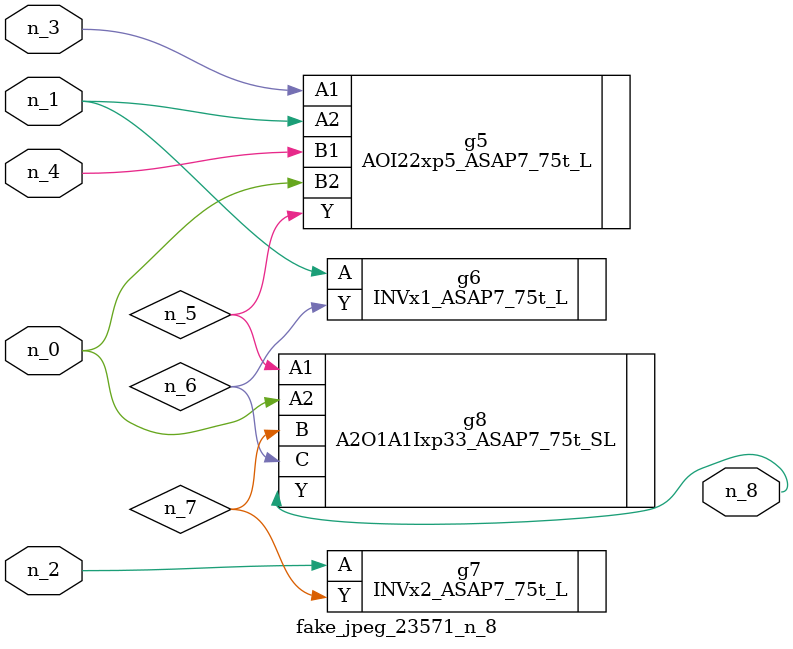
<source format=v>
module fake_jpeg_23571_n_8 (n_3, n_2, n_1, n_0, n_4, n_8);

input n_3;
input n_2;
input n_1;
input n_0;
input n_4;

output n_8;

wire n_6;
wire n_5;
wire n_7;

AOI22xp5_ASAP7_75t_L g5 ( 
.A1(n_3),
.A2(n_1),
.B1(n_4),
.B2(n_0),
.Y(n_5)
);

INVx1_ASAP7_75t_L g6 ( 
.A(n_1),
.Y(n_6)
);

INVx2_ASAP7_75t_L g7 ( 
.A(n_2),
.Y(n_7)
);

A2O1A1Ixp33_ASAP7_75t_SL g8 ( 
.A1(n_5),
.A2(n_0),
.B(n_7),
.C(n_6),
.Y(n_8)
);


endmodule
</source>
